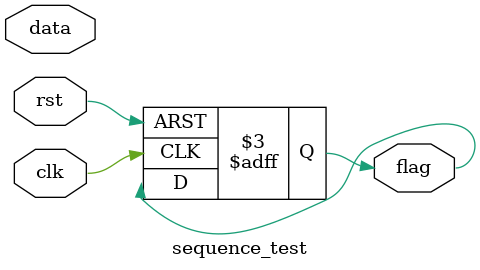
<source format=v>
/*
    Problem:
    https://acm.sjtu.edu.cn/OnlineJudge/problem?problem_id=1617

    任务：学会使用状态机解决实际问题，完成能进行简单字符串匹配的状态机。
*/

module sequence_test(
    input wire clk,
    input wire rst,
    input wire data,
    output reg flag
);
    
    always @(posedge clk or negedge rst) begin
        if (!rst) begin
            flag <= 0;
        end
        else begin

            // TODO

        end
    end
    
    // TODO

endmodule

</source>
